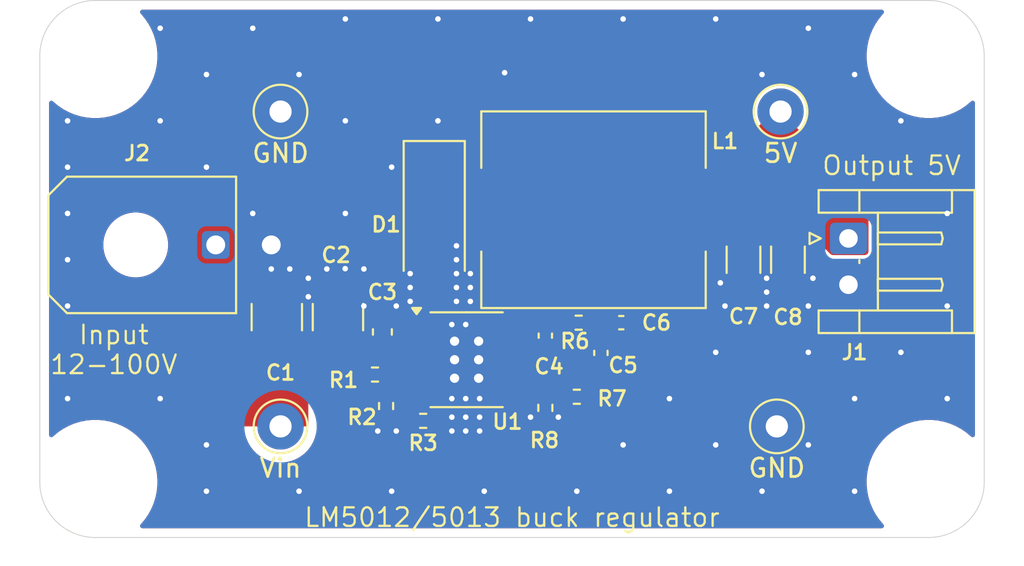
<source format=kicad_pcb>
(kicad_pcb (version 20241229) (generator "pcbnew") (generator_version "9.0")
  (layers (0 "F.Cu" signal) (2 "B.Cu" signal) (13 "F.Paste" user) (15 "B.Paste" user) (5 "F.SilkS" user "F.Silkscreen") (7 "B.SilkS" user "B.Silkscreen") (1 "F.Mask" user) (3 "B.Mask" user) (25 "Edge.Cuts" user))
  (net 0 "")
  (net 1 "GND")
  (net 2 "/V_{IN}")
  (net 3 "Net-(D1-K)")
  (net 4 "Net-(U1-BST)")
  (net 5 "Net-(U1-FB)")
  (net 6 "Net-(C5-Pad2)")
  (net 7 "/5V")
  (net 8 "Net-(U1-EN_UVLO)")
  (net 9 "Net-(U1-RON)")
  (footprint "Soldr:R_0402_1005Metric_Pad0.72x0.64mm_HandSolder" (layer "F.Cu") (at 124.7 97.9 -90)
    (property "Reference" "R2" (at 0.6 1.3 180) (layer "F.SilkS") (effects (font (size 0.8 0.8))))
    (property "Value" "27k")
    (fp_line (start -0.167621 0.38) (end 0.167621 0.38) (stroke (width 0.12)) (layer "F.SilkS"))
    (fp_line (start -0.167621 -0.38) (end 0.167621 -0.38) (stroke (width 0.12)) (layer "F.SilkS"))
    (pad "1" smd roundrect (at -0.5975 0 270) (size 0.715 0.64) (layers "F.Cu" "F.Mask" "F.Paste") (net 8 "Net-(U1-EN_UVLO)"))
    (pad "2" smd roundrect (at 0.5975 0 270) (size 0.715 0.64) (layers "F.Cu" "F.Mask" "F.Paste") (net 1 "GND"))
  )
  (footprint "Soldr:R_0402_1005Metric_Pad0.72x0.64mm_HandSolder" (layer "F.Cu") (at 133.3 98 -90)
    (property "Reference" "R8" (at 1.75 0.05 180) (layer "F.SilkS") (effects (font (size 0.8 0.8))))
    (property "Value" "51k")
    (fp_line (start -0.167621 0.38) (end 0.167621 0.38) (stroke (width 0.12)) (layer "F.SilkS"))
    (fp_line (start -0.167621 -0.38) (end 0.167621 -0.38) (stroke (width 0.12)) (layer "F.SilkS"))
    (pad "1" smd roundrect (at -0.5975 0 270) (size 0.715 0.64) (layers "F.Cu" "F.Mask" "F.Paste") (net 5 "Net-(U1-FB)"))
    (pad "2" smd roundrect (at 0.5975 0 270) (size 0.715 0.64) (layers "F.Cu" "F.Mask" "F.Paste") (net 1 "GND"))
  )
  (footprint "Soldr:R_0402_1005Metric_Pad0.72x0.64mm_HandSolder" (layer "F.Cu") (at 135 97.4 180)
    (property "Reference" "R7" (at -1.9 -0.1 0) (layer "F.SilkS") (effects (font (size 0.8 0.8))))
    (property "Value" "160k")
    (fp_line (start -0.167621 0.38) (end 0.167621 0.38) (stroke (width 0.12)) (layer "F.SilkS"))
    (fp_line (start -0.167621 -0.38) (end 0.167621 -0.38) (stroke (width 0.12)) (layer "F.SilkS"))
    (pad "1" smd roundrect (at -0.5975 0 180) (size 0.715 0.64) (layers "F.Cu" "F.Mask" "F.Paste") (net 7 "/5V"))
    (pad "2" smd roundrect (at 0.5975 0 180) (size 0.715 0.64) (layers "F.Cu" "F.Mask" "F.Paste") (net 5 "Net-(U1-FB)"))
  )
  (footprint "Soldr:Molex_Micro-Fit_3.0_43045-0200_2x01_P3.00mm_Horizontal" (layer "F.Cu") (at 115.5 89.2 90)
    (property "Reference" "J2" (at 4.95 -4.25 180) (layer "F.SilkS") (effects (font (size 0.8 0.8))))
    (property "Value" "MicroFit 2pin")
    (fp_line (start 2.685 -9.03) (end 3.685 -8.03) (stroke (width 0.12)) (layer "F.SilkS"))
    (fp_line (start -2.685 -9.03) (end 2.685 -9.03) (stroke (width 0.12)) (layer "F.SilkS"))
    (fp_line (start 3.685 -8.03) (end 3.685 1.1) (stroke (width 0.12)) (layer "F.SilkS"))
    (fp_line (start -3.685 -8.03) (end -2.685 -9.03) (stroke (width 0.12)) (layer "F.SilkS"))
    (fp_line (start 3.685 1.1) (end -3.685 1.1) (stroke (width 0.12)) (layer "F.SilkS"))
    (fp_line (start -3.685 1.1) (end -3.685 -8.03) (stroke (width 0.12)) (layer "F.SilkS"))
    (pad "" np_thru_hole circle (at 0 -4.32 90) (size 3 3) (drill 3) (layers "*.Cu" "*.Mask"))
    (pad "1" thru_hole roundrect (at 0 0 90) (size 1.5 1.5) (drill 1.02) (layers "*.Cu" "*.Mask") (roundrect_rratio 0.166667) (net 2 "/V_{IN}"))
    (pad "2" thru_hole circle (at 0 3 90) (size 1.5 1.5) (drill 1.02) (layers "*.Cu" "*.Mask") (net 1 "GND"))
  )
  (footprint "Soldr:MountingHole_2.7mm_M2.5" (layer "F.Cu") (at 109 102)
    (property "Reference" "H3" (hide yes))
    (property "Value" "MountingHole")
    (pad "" np_thru_hole circle (at 0 0) (size 2.7 2.7) (drill 2.7) (layers "*.Cu" "*.Mask") (clearance 2))
  )
  (footprint "Soldr:MountingHole_2.7mm_M2.5" (layer "F.Cu") (at 109 79)
    (property "Reference" "H1" (hide yes))
    (property "Value" "MountingHole")
    (pad "" np_thru_hole circle (at 0 0) (size 2.7 2.7) (drill 2.7) (layers "*.Cu" "*.Mask") (clearance 2))
  )
  (footprint "Soldr:R_0402_1005Metric_Pad0.72x0.64mm_HandSolder" (layer "F.Cu") (at 124.1 96.2)
    (property "Reference" "R1" (at -1.7 0.3 0) (layer "F.SilkS") (effects (font (size 0.8 0.8))))
    (property "Value" "160k")
    (fp_line (start -0.167621 -0.38) (end 0.167621 -0.38) (stroke (width 0.12)) (layer "F.SilkS"))
    (fp_line (start -0.167621 0.38) (end 0.167621 0.38) (stroke (width 0.12)) (layer "F.SilkS"))
    (pad "1" smd roundrect (at -0.5975 0) (size 0.715 0.64) (layers "F.Cu" "F.Mask" "F.Paste") (net 2 "/V_{IN}"))
    (pad "2" smd roundrect (at 0.5975 0) (size 0.715 0.64) (layers "F.Cu" "F.Mask" "F.Paste") (net 8 "Net-(U1-EN_UVLO)"))
  )
  (footprint "Soldr:SOIC-8-1EP_3.9x4.9mm_P1.27mm_EP2.29x3mm_ThermalVias" (layer "F.Cu") (at 129.0475 95.4)
    (property "Reference" "U1" (at 2.2025 3.35 0) (layer "F.SilkS") (effects (font (size 0.8 0.8))))
    (property "Value" "LM5012")
    (fp_line (start 0 -2.56) (end -1.95 -2.56) (stroke (width 0.12)) (layer "F.SilkS"))
    (fp_line (start 0 -2.56) (end 1.95 -2.56) (stroke (width 0.12)) (layer "F.SilkS"))
    (fp_line (start 0 2.56) (end -1.95 2.56) (stroke (width 0.12)) (layer "F.SilkS"))
    (fp_line (start 0 2.56) (end 1.95 2.56) (stroke (width 0.12)) (layer "F.SilkS"))
    (fp_poly (pts (xy -2.7 -2.465) (xy -2.94 -2.795) (xy -2.46 -2.795) (xy -2.7 -2.465)) (stroke (width 0.12)) (fill yes) (layer "F.SilkS"))
    (pad "1" smd roundrect (at -2.475 -1.905) (size 1.95 0.6) (layers "F.Cu" "F.Mask" "F.Paste") (net 1 "GND"))
    (pad "2" smd roundrect (at -2.475 -0.635) (size 1.95 0.6) (layers "F.Cu" "F.Mask" "F.Paste") (net 2 "/V_{IN}"))
    (pad "3" smd roundrect (at -2.475 0.635) (size 1.95 0.6) (layers "F.Cu" "F.Mask" "F.Paste") (net 8 "Net-(U1-EN_UVLO)"))
    (pad "4" smd roundrect (at -2.475 1.905) (size 1.95 0.6) (layers "F.Cu" "F.Mask" "F.Paste") (net 9 "Net-(U1-RON)"))
    (pad "5" smd roundrect (at 2.475 1.905) (size 1.95 0.6) (layers "F.Cu" "F.Mask" "F.Paste") (net 5 "Net-(U1-FB)"))
    (pad "6" smd roundrect (at 2.475 0.635) (size 1.95 0.6) (layers "F.Cu" "F.Mask" "F.Paste"))
    (pad "7" smd roundrect (at 2.475 -0.635) (size 1.95 0.6) (layers "F.Cu" "F.Mask" "F.Paste") (net 4 "Net-(U1-BST)"))
    (pad "8" smd roundrect (at 2.475 -1.905) (size 1.95 0.6) (layers "F.Cu" "F.Mask" "F.Paste") (net 3 "Net-(D1-K)"))
    (pad "9" thru_hole circle (at -0.65 -1) (size 0.6 0.6) (drill 0.5) (property pad_prop_heatsink) (layers "*.Cu") (net 1 "GND"))
    (pad "9" thru_hole circle (at -0.65 0) (size 0.6 0.6) (drill 0.5) (property pad_prop_heatsink) (layers "*.Cu") (net 1 "GND"))
    (pad "9" thru_hole circle (at -0.65 1) (size 0.6 0.6) (drill 0.5) (property pad_prop_heatsink) (layers "*.Cu") (net 1 "GND"))
    (pad "9" smd rect (at 0 0) (size 2.29 3) (property pad_prop_heatsink) (layers "F.Cu" "F.Mask") (net 1 "GND"))
    (pad "9" smd rect (at 0 0) (size 2.3 3) (property pad_prop_heatsink) (layers "B.Cu" "B.Mask") (net 1 "GND"))
    (pad "9" thru_hole circle (at 0.65 -1) (size 0.6 0.6) (drill 0.5) (property pad_prop_heatsink) (layers "*.Cu") (net 1 "GND"))
    (pad "9" thru_hole circle (at 0.65 0) (size 0.6 0.6) (drill 0.5) (property pad_prop_heatsink) (layers "*.Cu") (net 1 "GND"))
    (pad "9" thru_hole circle (at 0.65 1) (size 0.6 0.6) (drill 0.5) (property pad_prop_heatsink) (layers "*.Cu") (net 1 "GND"))
  )
  (footprint "Soldr:D_SMA_Handsoldering" (layer "F.Cu") (at 127.3 88.1 -90)
    (property "Reference" "D1" (at 0 2.6 180) (layer "F.SilkS") (effects (font (size 0.8 0.8))))
    (property "Value" "VSSAF510-M3/H")
    (fp_line (start -4.51 1.65) (end 2.5 1.65) (stroke (width 0.12)) (layer "F.SilkS"))
    (fp_line (start -4.51 -1.65) (end -4.51 1.65) (stroke (width 0.12)) (layer "F.SilkS"))
    (fp_line (start -4.51 -1.65) (end 2.5 -1.65) (stroke (width 0.12)) (layer "F.SilkS"))
    (pad "1" smd roundrect (at -2.5 0 270) (size 3.5 1.8) (layers "F.Cu" "F.Mask" "F.Paste") (roundrect_rratio 0.1388888889) (net 3 "Net-(D1-K)"))
    (pad "2" smd roundrect (at 2.5 0 270) (size 3.5 1.8) (layers "F.Cu" "F.Mask" "F.Paste") (roundrect_rratio 0.1388888889) (net 1 "GND"))
  )
  (footprint "Soldr:Soldr-logo-Fcu" (layer "F.Cu") (at 131.5 79.5)
    (property "Reference" "G***" (hide yes))
    (property "Value" "LOGO" (hide yes))
    (fp_poly (pts (xy -1.125519 -0.343244) (xy -1.125519 1.005782) (xy -0.614645 1.005782) (xy -0.103771 1.005782) (xy -0.103771 1.349025) (xy -0.103771 1.692269) (xy -0.949906 1.692269) (xy -1.79604 1.692269) (xy -1.79604 0) (xy -1.79604 -1.692269) (xy -1.460779 -1.692269) (xy -1.125519 -1.692269)) (fill yes) (layer "F.Cu"))
    (fp_poly (pts (xy 8.996166 -1.604463) (xy 8.996166 -1.516657) (xy 8.908359 -1.516657) (xy 8.820553 -1.516657) (xy 8.820553 -1.349026) (xy 8.820553 -1.181396) (xy 8.732747 -1.181396) (xy 8.64494 -1.181396) (xy 8.64494 -1.349026) (xy 8.64494 -1.516657) (xy 8.565116 -1.516657) (xy 8.485292 -1.516657) (xy 8.485292 -1.604463) (xy 8.485292 -1.692269) (xy 8.740729 -1.692269) (xy 8.996166 -1.692269)) (fill yes) (layer "F.Cu"))
    (fp_poly (pts (xy 1.967801 -1.352881) (xy 2.306914 -1.013493) (xy 2.306914 0.000275) (xy 2.306914 1.014043) (xy 1.967526 1.353156) (xy 1.628138 1.692269) (xy 0.953761 1.692269) (xy 0.279384 1.692269) (xy 0.279384 0) (xy 0.949906 0) (xy 0.949906 1.005782) (xy 1.285167 1.005782) (xy 1.620427 1.005782) (xy 1.620427 0) (xy 1.620427 -1.005783) (xy 1.285167 -1.005783) (xy 0.949906 -1.005783) (xy 0.949906 0) (xy 0.279384 0) (xy 0.279384 -1.692269) (xy 0.954036 -1.692269) (xy 1.628688 -1.692269)) (fill yes) (layer "F.Cu"))
    (fp_poly (pts (xy -2.519733 -1.345717) (xy -2.179196 -0.999165) (xy -2.179196 0.00074) (xy -2.179196 1.000645) (xy -2.519005 1.346457) (xy -2.858815 1.692269) (xy -4.885926 1.692269) (xy -6.913038 1.692269) (xy -7.252151 1.35288) (xy -7.591263 1.013492) (xy -7.591263 0) (xy -6.904777 0) (xy -6.904777 1.005782) (xy -4.885229 1.005782) (xy -2.865682 1.005782) (xy -2.865682 0) (xy -2.865682 -1.005783) (xy -4.885229 -1.005783) (xy -6.904777 -1.005783) (xy -6.904777 0) (xy -7.591263 0) (xy -7.591263 -0.000276) (xy -7.591263 -1.014044) (xy -7.251875 -1.353157) (xy -6.912487 -1.692269) (xy -4.886379 -1.692269) (xy -2.86027 -1.692269)) (fill yes) (layer "F.Cu"))
    (fp_poly (pts (xy 9.495066 -1.688596) (xy 9.834318 -1.684287) (xy 9.839144 -1.600472) (xy 9.843969 -1.516657) (xy 9.922959 -1.516657) (xy 10.001948 -1.516657) (xy 10.001948 -1.349026) (xy 10.001948 -1.181396) (xy 9.914142 -1.181396) (xy 9.826336 -1.181396) (xy 9.826336 -1.349026) (xy 9.826336 -1.516657) (xy 9.746512 -1.516657) (xy 9.666688 -1.516657) (xy 9.666688 -1.349026) (xy 9.666688 -1.181396) (xy 9.578881 -1.181396) (xy 9.491075 -1.181396) (xy 9.491075 -1.349026) (xy 9.491075 -1.516657) (xy 9.411251 -1.516657) (xy 9.331427 -1.516657) (xy 9.331427 -1.349026) (xy 9.331427 -1.181396) (xy 9.24362 -1.181396) (xy 9.155814 -1.181396) (xy 9.155814 -1.43715) (xy 9.155814 -1.692904)) (fill yes) (layer "F.Cu"))
    (fp_poly (pts (xy -8.313353 -1.353017) (xy -8.317662 -1.013765) (xy -8.816562 -1.009547) (xy -9.315462 -1.005328) (xy -9.315462 -0.678277) (xy -9.315462 -0.351226) (xy -8.984907 -0.351226) (xy -8.654353 -0.351226) (xy -8.314386 -0.007067) (xy -7.974419 0.337093) (xy -7.974419 0.675568) (xy -7.974419 1.014043) (xy -8.313807 1.353156) (xy -8.653195 1.692269) (xy -9.159941 1.692269) (xy -9.666688 1.692269) (xy -9.666688 1.349025) (xy -9.666688 1.005782) (xy -9.163796 1.005782) (xy -8.660905 1.005782) (xy -8.660905 0.670521) (xy -8.660905 0.33526) (xy -8.992314 0.33526) (xy -9.323723 0.33526) (xy -9.662836 -0.004128) (xy -10.001948 -0.343516) (xy -10.001948 -0.67878) (xy -10.001948 -1.014044) (xy -9.66256 -1.353157) (xy -9.323172 -1.692269) (xy -8.816108 -1.692269) (xy -8.309044 -1.692269)) (fill yes) (layer "F.Cu"))
    (fp_poly (pts (xy 7.755039 -1.344902) (xy 8.102137 -0.997534) (xy 8.102137 -0.67065) (xy 8.102137 -0.343765) (xy 7.93139 -0.172487) (xy 7.760642 -0.001208) (xy 7.93139 0.173886) (xy 8.102137 0.34898) (xy 8.102137 1.020624) (xy 8.102137 1.692269) (xy 7.758894 1.692269) (xy 7.41565 1.692269) (xy 7.41565 1.021747) (xy 7.41565 0.351225) (xy 5.396103 0.351225) (xy 3.376556 0.351225) (xy 3.376556 1.021747) (xy 3.376556 1.692269) (xy 3.033312 1.692269) (xy 2.690069 1.692269) (xy 2.690069 0) (xy 2.690069 -0.670522) (xy 3.376556 -0.670522) (xy 3.376556 -0.335261) (xy 5.396103 -0.335261) (xy 7.41565 -0.335261) (xy 7.41565 -0.670522) (xy 7.41565 -1.005783) (xy 5.396103 -1.005783) (xy 3.376556 -1.005783) (xy 3.376556 -0.670522) (xy 2.690069 -0.670522) (xy 2.690069 -1.692269) (xy 5.049005 -1.692269) (xy 7.40794 -1.692269)) (fill yes) (layer "F.Cu"))
  )
  (footprint "Soldr:Soldr-logo-Fmask" (layer "F.Cu") (at 131.5 79.5)
    (property "Reference" "G***" (hide yes))
    (property "Value" "LOGO" (hide yes))
  )
  (footprint "Soldr:C_0402_1005Metric_Pad0.74x0.62mm_HandSolder" (layer "F.Cu") (at 137.4 93.4)
    (property "Reference" "C6" (at 1.9 0 180) (layer "F.SilkS") (effects (font (size 0.8 0.8))))
    (property "Value" "2n2")
    (fp_line (start -0.115835 -0.36) (end 0.115835 -0.36) (stroke (width 0.12)) (layer "F.SilkS"))
    (fp_line (start -0.115835 0.36) (end 0.115835 0.36) (stroke (width 0.12)) (layer "F.SilkS"))
    (pad "1" smd roundrect (at -0.5675 0) (size 0.735 0.62) (layers "F.Cu" "F.Mask" "F.Paste") (net 6 "Net-(C5-Pad2)"))
    (pad "2" smd roundrect (at 0.5675 0) (size 0.735 0.62) (layers "F.Cu" "F.Mask" "F.Paste") (net 7 "/5V"))
  )
  (footprint "Soldr:R_0402_1005Metric_Pad0.72x0.64mm_HandSolder" (layer "F.Cu") (at 135.1 93.4)
    (property "Reference" "R6" (at -0.2 1 0) (layer "F.SilkS") (effects (font (size 0.8 0.8))))
    (property "Value" "160k")
    (fp_line (start -0.167621 -0.38) (end 0.167621 -0.38) (stroke (width 0.12)) (layer "F.SilkS"))
    (fp_line (start -0.167621 0.38) (end 0.167621 0.38) (stroke (width 0.12)) (layer "F.SilkS"))
    (pad "1" smd roundrect (at -0.5975 0) (size 0.715 0.64) (layers "F.Cu" "F.Mask" "F.Paste") (net 3 "Net-(D1-K)"))
    (pad "2" smd roundrect (at 0.5975 0) (size 0.715 0.64) (layers "F.Cu" "F.Mask" "F.Paste") (net 6 "Net-(C5-Pad2)"))
  )
  (footprint "Soldr:C_0402_1005Metric_Pad0.74x0.62mm_HandSolder" (layer "F.Cu") (at 136.3 95.0325 90)
    (property "Reference" "C5" (at -0.6675 1.2 180) (layer "F.SilkS") (effects (font (size 0.8 0.8))))
    (property "Value" "100p")
    (fp_line (start -0.115835 -0.36) (end 0.115835 -0.36) (stroke (width 0.12)) (layer "F.SilkS"))
    (fp_line (start -0.115835 0.36) (end 0.115835 0.36) (stroke (width 0.12)) (layer "F.SilkS"))
    (pad "1" smd roundrect (at -0.5675 0 90) (size 0.735 0.62) (layers "F.Cu" "F.Mask" "F.Paste") (net 5 "Net-(U1-FB)"))
    (pad "2" smd roundrect (at 0.5675 0 90) (size 0.735 0.62) (layers "F.Cu" "F.Mask" "F.Paste") (net 6 "Net-(C5-Pad2)"))
  )
  (footprint "Soldr:TestPoint_THTPad_D2.5mm_Drill1.2mm" (layer "F.Cu") (at 119 99)
    (property "Reference" "TP3" (hide yes))
    (property "Value" "Vin" (at 0 2.25 0) (layer "F.SilkS"))
    (fp_circle (center 0 0) (end 0 1.45) (stroke (width 0.12)) (fill no) (layer "F.SilkS"))
    (pad "1" thru_hole circle (at 0 0) (size 2.5 2.5) (drill 1.2) (layers "*.Cu" "*.Mask") (net 2 "/V_{IN}") (clearance 0.7))
  )
  (footprint "Soldr:JST_EH_S2B-EH_1x02_P2.50mm_Horizontal" (layer "F.Cu") (at 149.6675 88.85 -90)
    (property "Reference" "J1" (at 6.15 -0.3325 180) (layer "F.SilkS") (effects (font (size 0.8 0.8))))
    (property "Value" "JST 2pin")
    (fp_line (start -0.3 2.1) (end 0.3 2.1) (stroke (width 0.12)) (layer "F.SilkS"))
    (fp_line (start 0.3 2.1) (end 0 1.5) (stroke (width 0.12)) (layer "F.SilkS"))
    (fp_line (start -2.61 1.61) (end -2.61 -6.81) (stroke (width 0.12)) (layer "F.SilkS"))
    (fp_line (start -1.39 1.61) (end -2.61 1.61) (stroke (width 0.12)) (layer "F.SilkS"))
    (fp_line (start 3.89 1.61) (end 3.89 -0.59) (stroke (width 0.12)) (layer "F.SilkS"))
    (fp_line (start 5.11 1.61) (end 3.89 1.61) (stroke (width 0.12)) (layer "F.SilkS"))
    (fp_line (start 0 1.5) (end -0.3 2.1) (stroke (width 0.12)) (layer "F.SilkS"))
    (fp_line (start -1.39 -0.59) (end -1.39 1.61) (stroke (width 0.12)) (layer "F.SilkS"))
    (fp_line (start -1.39 -0.59) (end -2.61 -0.59) (stroke (width 0.12)) (layer "F.SilkS"))
    (fp_line (start 1.17 -0.59) (end 1.33 -0.59) (stroke (width 0.12)) (layer "F.SilkS"))
    (fp_line (start 3.89 -0.59) (end 5.11 -0.59) (stroke (width 0.12)) (layer "F.SilkS"))
    (fp_line (start -1.39 -1.59) (end 3.89 -1.59) (stroke (width 0.12)) (layer "F.SilkS"))
    (fp_line (start -0.32 -1.59) (end -0.32 -5.01) (stroke (width 0.12)) (layer "F.SilkS"))
    (fp_line (start 0 -1.59) (end -0.32 -1.59) (stroke (width 0.12)) (layer "F.SilkS"))
    (fp_line (start 0.32 -1.59) (end 0 -1.59) (stroke (width 0.12)) (layer "F.SilkS"))
    (fp_line (start 2.18 -1.59) (end 2.18 -5.01) (stroke (width 0.12)) (layer "F.SilkS"))
    (fp_line (start 2.5 -1.59) (end 2.18 -1.59) (stroke (width 0.12)) (layer "F.SilkS"))
    (fp_line (start 2.82 -1.59) (end 2.5 -1.59) (stroke (width 0.12)) (layer "F.SilkS"))
    (fp_line (start -0.32 -5.01) (end 0 -5.09) (stroke (width 0.12)) (layer "F.SilkS"))
    (fp_line (start 0.32 -5.01) (end 0.32 -1.59) (stroke (width 0.12)) (layer "F.SilkS"))
    (fp_line (start 2.18 -5.01) (end 2.5 -5.09) (stroke (width 0.12)) (layer "F.SilkS"))
    (fp_line (start 2.82 -5.01) (end 2.82 -1.59) (stroke (width 0.12)) (layer "F.SilkS"))
    (fp_line (start 0 -5.09) (end 0.32 -5.01) (stroke (width 0.12)) (layer "F.SilkS"))
    (fp_line (start 2.5 -5.09) (end 2.82 -5.01) (stroke (width 0.12)) (layer "F.SilkS"))
    (fp_line (start -2.61 -5.59) (end -1.39 -5.59) (stroke (width 0.12)) (layer "F.SilkS"))
    (fp_line (start -1.39 -5.59) (end -1.39 -0.59) (stroke (width 0.12)) (layer "F.SilkS"))
    (fp_line (start 3.89 -5.59) (end 3.89 -0.59) (stroke (width 0.12)) (layer "F.SilkS"))
    (fp_line (start 5.11 -5.59) (end 3.89 -5.59) (stroke (width 0.12)) (layer "F.SilkS"))
    (fp_line (start -2.61 -6.81) (end 5.11 -6.81) (stroke (width 0.12)) (layer "F.SilkS"))
    (fp_line (start 5.11 -6.81) (end 5.11 1.61) (stroke (width 0.12)) (layer "F.SilkS"))
    (pad "1" thru_hole roundrect (at 0 0 270) (size 1.7 2) (drill 1) (layers "*.Cu" "*.Mask") (roundrect_rratio 0.147059) (net 7 "/5V"))
    (pad "2" thru_hole oval (at 2.5 0 270) (size 1.7 2) (drill 1) (layers "*.Cu" "*.Mask") (net 1 "GND"))
  )
  (footprint "Soldr:C_1206_3216Metric_Pad1.33x1.80mm_HandSolder" (layer "F.Cu") (at 144 90 -90)
    (property "Reference" "C7" (at 3.0625 0 180) (layer "F.SilkS") (effects (font (size 0.8 0.8))))
    (property "Value" "22u/25V")
    (fp_line (start -0.711252 0.91) (end 0.711252 0.91) (stroke (width 0.12)) (layer "F.SilkS"))
    (fp_line (start -0.711252 -0.91) (end 0.711252 -0.91) (stroke (width 0.12)) (layer "F.SilkS"))
    (pad "1" smd roundrect (at -1.5625 0 270) (size 1.325 1.8) (layers "F.Cu" "F.Mask" "F.Paste") (roundrect_rratio 0.188679) (net 7 "/5V"))
    (pad "2" smd roundrect (at 1.5625 0 270) (size 1.325 1.8) (layers "F.Cu" "F.Mask" "F.Paste") (roundrect_rratio 0.188679) (net 1 "GND"))
  )
  (footprint "Soldr:TestPoint_THTPad_D2.5mm_Drill1.2mm" (layer "F.Cu") (at 145.8 99)
    (property "Reference" "TP2" (hide yes))
    (property "Value" "GND" (at 0 2.25 0) (layer "F.SilkS"))
    (fp_circle (center 0 0) (end 0 1.45) (stroke (width 0.12)) (fill no) (layer "F.SilkS"))
    (pad "1" thru_hole circle (at 0 0) (size 2.5 2.5) (drill 1.2) (layers "*.Cu" "*.Mask") (net 1 "GND"))
  )
  (footprint "Soldr:MountingHole_2.7mm_M2.5" (layer "F.Cu") (at 154 102)
    (property "Reference" "H4" (hide yes))
    (property "Value" "MountingHole")
    (pad "" np_thru_hole circle (at 0 0) (size 2.7 2.7) (drill 2.7) (layers "*.Cu" "*.Mask") (clearance 2))
  )
  (footprint "Soldr:L_Chilisin_BMRF00101040" (layer "F.Cu") (at 135.9 87.3)
    (property "Reference" "L1" (at 7.1 -3.7 0) (layer "F.SilkS") (effects (font (size 0.8 0.8))))
    (property "Value" "22u")
    (fp_line (start -6.06 -5.31) (end -6.06 -2.26) (stroke (width 0.12)) (layer "F.SilkS"))
    (fp_line (start -6.06 -5.31) (end 6.06 -5.31) (stroke (width 0.12)) (layer "F.SilkS"))
    (fp_line (start -6.06 5.31) (end -6.06 2.26) (stroke (width 0.12)) (layer "F.SilkS"))
    (fp_line (start -6.06 5.31) (end 6.06 5.31) (stroke (width 0.12)) (layer "F.SilkS"))
    (fp_line (start 6.06 -5.31) (end 6.06 -2.26) (stroke (width 0.12)) (layer "F.SilkS"))
    (fp_line (start 6.06 5.31) (end 6.06 2.26) (stroke (width 0.12)) (layer "F.SilkS"))
    (pad "1" smd roundrect (at -4.75 0) (size 3.5 4) (layers "F.Cu" "F.Mask" "F.Paste") (roundrect_rratio 0.071429) (net 3 "Net-(D1-K)"))
    (pad "2" smd roundrect (at 4.75 0) (size 3.5 4) (layers "F.Cu" "F.Mask" "F.Paste") (roundrect_rratio 0.071429) (net 7 "/5V"))
  )
  (footprint "Soldr:C_1206_3216Metric_Pad1.33x1.80mm_HandSolder" (layer "F.Cu") (at 146.4 90 -90)
    (property "Reference" "C8" (at 3.1 0 180) (layer "F.SilkS") (effects (font (size 0.8 0.8))))
    (property "Value" "22u/25V")
    (fp_line (start -0.711252 0.91) (end 0.711252 0.91) (stroke (width 0.12)) (layer "F.SilkS"))
    (fp_line (start -0.711252 -0.91) (end 0.711252 -0.91) (stroke (width 0.12)) (layer "F.SilkS"))
    (pad "1" smd roundrect (at -1.5625 0 270) (size 1.325 1.8) (layers "F.Cu" "F.Mask" "F.Paste") (roundrect_rratio 0.188679) (net 7 "/5V"))
    (pad "2" smd roundrect (at 1.5625 0 270) (size 1.325 1.8) (layers "F.Cu" "F.Mask" "F.Paste") (roundrect_rratio 0.188679) (net 1 "GND"))
  )
  (footprint "Soldr:C_1210_3225Metric_Pad1.33x2.70mm_HandSolder" (layer "F.Cu") (at 118.8 93.1 90)
    (property "Reference" "C1" (at -3 0.2 180) (layer "F.SilkS") (effects (font (size 0.8 0.8))))
    (property "Value" "2u2/100V")
    (fp_line (start -0.711252 -1.36) (end 0.711252 -1.36) (stroke (width 0.12)) (layer "F.SilkS"))
    (fp_line (start -0.711252 1.36) (end 0.711252 1.36) (stroke (width 0.12)) (layer "F.SilkS"))
    (pad "1" smd roundrect (at -1.5625 0 90) (size 1.325 2.7) (layers "F.Cu" "F.Mask" "F.Paste") (roundrect_rratio 0.188679) (net 2 "/V_{IN}"))
    (pad "2" smd roundrect (at 1.5625 0 90) (size 1.325 2.7) (layers "F.Cu" "F.Mask" "F.Paste") (roundrect_rratio 0.188679) (net 1 "GND"))
  )
  (footprint "Soldr:TestPoint_THTPad_D2.5mm_Drill1.2mm" (layer "F.Cu") (at 119 82)
    (property "Reference" "TP4" (hide yes))
    (property "Value" "GND" (at 0 2.25 0) (layer "F.SilkS"))
    (fp_circle (center 0 0) (end 0 1.45) (stroke (width 0.12)) (fill no) (layer "F.SilkS"))
    (pad "1" thru_hole circle (at 0 0) (size 2.5 2.5) (drill 1.2) (layers "*.Cu" "*.Mask") (net 1 "GND"))
  )
  (footprint "Soldr:C_0603_1608Metric_Pad1.08x0.95mm_HandSolder" (layer "F.Cu") (at 124.5 93.9 90)
    (property "Reference" "C3" (at 2.15 0 180) (layer "F.SilkS") (effects (font (size 0.8 0.8))))
    (property "Value" "100n/100V")
    (fp_line (start -0.146267 -0.51) (end 0.146267 -0.51) (stroke (width 0.12)) (layer "F.SilkS"))
    (fp_line (start -0.146267 0.51) (end 0.146267 0.51) (stroke (width 0.12)) (layer "F.SilkS"))
    (pad "1" smd roundrect (at -0.8625 0 90) (size 1.075 0.95) (layers "F.Cu" "F.Mask" "F.Paste") (net 2 "/V_{IN}"))
    (pad "2" smd roundrect (at 0.8625 0 90) (size 1.075 0.95) (layers "F.Cu" "F.Mask" "F.Paste") (net 1 "GND"))
  )
  (footprint "Soldr:MountingHole_2.7mm_M2.5" (layer "F.Cu") (at 154 79)
    (property "Reference" "H2" (hide yes))
    (property "Value" "MountingHole")
    (pad "" np_thru_hole circle (at 0 0) (size 2.7 2.7) (drill 2.7) (layers "*.Cu" "*.Mask") (clearance 2))
  )
  (footprint "Soldr:C_1210_3225Metric_Pad1.33x2.70mm_HandSolder" (layer "F.Cu") (at 122.1 93.1 90)
    (property "Reference" "C2" (at 3.35 -0.1 180) (layer "F.SilkS") (effects (font (size 0.8 0.8))))
    (property "Value" "2u2/100V")
    (fp_line (start -0.711252 -1.36) (end 0.711252 -1.36) (stroke (width 0.12)) (layer "F.SilkS"))
    (fp_line (start -0.711252 1.36) (end 0.711252 1.36) (stroke (width 0.12)) (layer "F.SilkS"))
    (pad "1" smd roundrect (at -1.5625 0 90) (size 1.325 2.7) (layers "F.Cu" "F.Mask" "F.Paste") (roundrect_rratio 0.188679) (net 2 "/V_{IN}"))
    (pad "2" smd roundrect (at 1.5625 0 90) (size 1.325 2.7) (layers "F.Cu" "F.Mask" "F.Paste") (roundrect_rratio 0.188679) (net 1 "GND"))
  )
  (footprint "Soldr:TestPoint_THTPad_D2.5mm_Drill1.2mm" (layer "F.Cu") (at 146 82)
    (property "Reference" "TP1" (hide yes))
    (property "Value" "5V" (at 0 2.25 0) (layer "F.SilkS"))
    (fp_circle (center 0 0) (end 0 1.45) (stroke (width 0.12)) (fill no) (layer "F.SilkS"))
    (pad "1" thru_hole circle (at 0 0) (size 2.5 2.5) (drill 1.2) (layers "*.Cu" "*.Mask") (net 7 "/5V"))
  )
  (footprint "Soldr:C_0402_1005Metric_Pad0.74x0.62mm_HandSolder" (layer "F.Cu") (at 133.3 94.1 90)
    (property "Reference" "C4" (at -1.6675 0.2 180) (layer "F.SilkS") (effects (font (size 0.8 0.8))))
    (property "Value" "2n2")
    (fp_line (start -0.115835 -0.36) (end 0.115835 -0.36) (stroke (width 0.12)) (layer "F.SilkS"))
    (fp_line (start -0.115835 0.36) (end 0.115835 0.36) (stroke (width 0.12)) (layer "F.SilkS"))
    (pad "1" smd roundrect (at -0.5675 0 90) (size 0.735 0.62) (layers "F.Cu" "F.Mask" "F.Paste") (net 4 "Net-(U1-BST)"))
    (pad "2" smd roundrect (at 0.5675 0 90) (size 0.735 0.62) (layers "F.Cu" "F.Mask" "F.Paste") (net 3 "Net-(D1-K)"))
  )
  (footprint "Soldr:R_0402_1005Metric_Pad0.72x0.64mm_HandSolder" (layer "F.Cu") (at 126.7025 98.7)
    (property "Reference" "R3" (at -0.0025 1.2 180) (layer "F.SilkS") (effects (font (size 0.8 0.8))))
    (property "Value" "27k")
    (fp_line (start -0.167621 -0.38) (end 0.167621 -0.38) (stroke (width 0.12)) (layer "F.SilkS"))
    (fp_line (start -0.167621 0.38) (end 0.167621 0.38) (stroke (width 0.12)) (layer "F.SilkS"))
    (pad "1" smd roundrect (at -0.5975 0) (size 0.715 0.64) (layers "F.Cu" "F.Mask" "F.Paste") (net 9 "Net-(U1-RON)"))
    (pad "2" smd roundrect (at 0.5975 0) (size 0.715 0.64) (layers "F.Cu" "F.Mask" "F.Paste") (net 1 "GND"))
  )
  (gr_line (start 157 79) (end 157 102) (stroke (width 0.05)) (layer "Edge.Cuts"))
  (gr_arc (start 154 76) (mid 156.12132 76.87868) (end 157 79) (stroke (width 0.05)) (layer "Edge.Cuts"))
  (gr_arc (start 109 105) (mid 106.87868 104.12132) (end 106 102) (stroke (width 0.05)) (layer "Edge.Cuts"))
  (gr_line (start 109 76) (end 154 76) (stroke (width 0.05)) (layer "Edge.Cuts"))
  (gr_line (start 154 105) (end 109 105) (stroke (width 0.05)) (layer "Edge.Cuts"))
  (gr_arc (start 157 102) (mid 156.12132 104.12132) (end 154 105) (stroke (width 0.05)) (layer "Edge.Cuts"))
  (gr_line (start 106 102) (end 106 79) (stroke (width 0.05)) (layer "Edge.Cuts"))
  (gr_arc (start 106 79) (mid 106.87868 76.87868) (end 109 76) (stroke (width 0.05)) (layer "Edge.Cuts"))
  (gr_text "Input\n12-100V" (at 110 96.25 0) (layer "F.SilkS") (effects (font (size 1 1) (thickness 0.125)) (justify bottom)))
  (gr_text "Output 5V" (at 152 85.5 0) (layer "F.SilkS") (effects (font (size 1 1) (thickness 0.125)) (justify bottom)))
  (gr_text "LM5012/5013 buck regulator" (at 131.5 104.5 0) (layer "F.SilkS") (effects (font (size 1 1) (thickness 0.125)) (justify bottom)))
  (via (at 145.25 92.5) (size 0.6) (drill 0.3) (layers "F.Cu" "B.Cu") (net 1))
  (via (at 107.5 82.5) (size 0.6) (drill 0.3) (layers "F.Cu" "B.Cu") (net 1))
  (via (at 150 97.5) (size 0.6) (drill 0.3) (layers "F.Cu" "B.Cu") (net 1))
  (via (at 129 93.5) (size 0.6) (drill 0.3) (layers "F.Cu" "B.Cu") (net 1))
  (via (at 125 102.5) (size 0.6) (drill 0.3) (layers "F.Cu" "B.Cu") (net 1))
  (via (at 128.5 92.25) (size 0.6) (drill 0.3) (layers "F.Cu" "B.Cu") (net 1))
  (via (at 117.5 87.5) (size 0.6) (drill 0.3) (layers "F.Cu" "B.Cu") (net 1))
  (via (at 122.491209 90.482532) (size 0.6) (drill 0.3) (layers "F.Cu" "B.Cu") (net 1))
  (via (at 150 102.5) (size 0.6) (drill 0.3) (layers "F.Cu" "B.Cu") (net 1))
  (via (at 155 87.5) (size 0.6) (drill 0.3) (layers "F.Cu" "B.Cu") (net 1))
  (via (at 123.5 90.5) (size 0.6) (drill 0.3) (layers "F.Cu" "B.Cu") (net 1))
  (via (at 126 91.5) (size 0.6) (drill 0.3) (layers "F.Cu" "B.Cu") (net 1))
  (via (at 147.5 95) (size 0.6) (drill 0.3) (layers "F.Cu" "B.Cu") (net 1))
  (via (at 129 98.5) (size 0.6) (drill 0.3) (layers "F.Cu" "B.Cu") (net 1))
  (via (at 107.5 90) (size 0.6) (drill 0.3) (layers "F.Cu" "B.Cu") (net 1))
  (via (at 128.25 93.5) (size 0.6) (drill 0.3) (layers "F.Cu" "B.Cu") (net 1))
  (via (at 115 85) (size 0.6) (drill 0.3) (layers "F.Cu" "B.Cu") (net 1))
  (via (at 107.5 92.5) (size 0.6) (drill 0.3) (layers "F.Cu" "B.Cu") (net 1))
  (via (at 132.5 77) (size 0.6) (drill 0.3) (layers "F.Cu" "B.Cu") (net 1))
  (via (at 131.1 79.9) (size 0.6) (drill 0.3) (layers "F.Cu" "B.Cu") (net 1))
  (via (at 152.5 95) (size 0.6) (drill 0.3) (layers "F.Cu" "B.Cu") (net 1))
  (via (at 128.25 99.25) (size 0.6) (drill 0.3) (layers "F.Cu" "B.Cu") (net 1))
  (via (at 140 102.5) (size 0.6) (drill 0.3) (layers "F.Cu" "B.Cu") (net 1))
  (via (at 127.5 77) (size 0.6) (drill 0.3) (layers "F.Cu" "B.Cu") (net 1))
  (via (at 134 98.5) (size 0.6) (drill 0.3) (layers "F.Cu" "B.Cu") (net 1))
  (via (at 117.5 77.5) (size 0.6) (drill 0.3) (layers "F.Cu" "B.Cu") (net 1))
  (via (at 129.75 99.25) (size 0.6) (drill 0.3) (layers "F.Cu" "B.Cu") (net 1))
  (via (at 142.5 100) (size 0.6) (drill 0.3) (layers "F.Cu" "B.Cu") (net 1))
  (via (at 142.5 77) (size 0.6) (drill 0.3) (layers "F.Cu" "B.Cu") (net 1))
  (via (at 118.5 90.5) (size 0.6) (drill 0.3) (layers "F.Cu" "B.Cu") (net 1))
  (via (at 147.5 92.5) (size 0.6) (drill 0.3) (layers "F.Cu" "B.Cu") (net 1))
  (via (at 129.25 90.75) (size 0.6) (drill 0.3) (layers "F.Cu" "B.Cu") (net 1))
  (via (at 115 100) (size 0.6) (drill 0.3) (layers "F.Cu" "B.Cu") (net 1))
  (via (at 122.5 77) (size 0.6) (drill 0.3) (layers "F.Cu" "B.Cu") (net 1))
  (via (at 107.5 97.5) (size 0.6) (drill 0.3) (layers "F.Cu" "B.Cu") (net 1))
  (via (at 129.75 97.5) (size 0.6) (drill 0.3) (layers "F.Cu" "B.Cu") (net 1))
  (via (at 112.5 77.5) (size 0.6) (drill 0.3) (layers "F.Cu" "B.Cu") (net 1))
  (via (at 137.5 77) (size 0.6) (drill 0.3) (layers "F.Cu" "B.Cu") (net 1))
  (via (at 120 102.5) (size 0.6) (drill 0.3) (layers "F.Cu" "B.Cu") (net 1))
  (via (at 125 85) (size 0.6) (drill 0.3) (layers "F.Cu" "B.Cu") (net 1))
  (via (at 128.5 89.25) (size 0.6) (drill 0.3) (layers "F.Cu" "B.Cu") (net 1))
  (via (at 155 97.5) (size 0.6) (drill 0.3) (layers "F.Cu" "B.Cu") (net 1))
  (via (at 128.5 91.5) (size 0.6) (drill 0.3) (layers "F.Cu" "B.Cu") (net 1))
  (via (at 129.25 91.5) (size 0.6) (drill 0.3) (layers "F.Cu" "B.Cu") (net 1))
  (via (at 125.25 99.25) (size 0.6) (drill 0.3) (layers "F.Cu" "B.Cu") (net 1))
  (via (at 128.5 90.75) (size 0.6) (drill 0.3) (layers "F.Cu" "B.Cu") (net 1))
  (via (at 112.5 97.5) (size 0.6) (drill 0.3) (layers "F.Cu" "B.Cu") (net 1))
  (via (at 123.5 92.5) (size 0.6) (drill 0.3) (layers "F.Cu" "B.Cu") (net 1))
  (via (at 120.5 92) (size 0.6) (drill 0.3) (layers "F.Cu" "B.Cu") (net 1))
  (via (at 124.25 99.25) (size 0.6) (drill 0.3) (layers "F.Cu" "B.Cu") (net 1))
  (via (at 150 80) (size 0.6) (drill 0.3) (layers "F.Cu" "B.Cu") (net 1))
  (via (at 147.75 91) (size 0.6) (drill 0.3) (layers "F.Cu" "B.Cu") (net 1))
  (via (at 121.5 90.5) (size 0.6) (drill 0.3) (layers "F.Cu" "B.Cu") (net 1))
  (via (at 152.5 82.5) (size 0.6) (drill 0.3) (layers "F.Cu" "B.Cu") (net 1))
  (via (at 130 102.5) (size 0.6) (drill 0.3) (layers "F.Cu" "B.Cu") (net 1))
  (via (at 128.25 98.5) (size 0.6) (drill 0.3) (layers "F.Cu" "B.Cu") (net 1))
  (via (at 142.75 91.25) (size 0.6) (drill 0.3) (layers "F.Cu" "B.Cu") (net 1))
  (via (at 147.5 77.5) (size 0.6) (drill 0.3) (layers "F.Cu" "B.Cu") (net 1))
  (via (at 155 92.5) (size 0.6) (drill 0.3) (layers "F.Cu" "B.Cu") (net 1))
  (via (at 126 92.25) (size 0.6) (drill 0.3) (layers "F.Cu" "B.Cu") (net 1))
  (via (at 129 97.5) (size 0.6) (drill 0.3) (layers "F.Cu" "B.Cu") (net 1))
  (via (at 107.5 87.5) (size 0.6) (drill 0.3) (layers "F.Cu" "B.Cu") (net 1))
  (via (at 122.5 87.5) (size 0.6) (drill 0.3) (layers "F.Cu" "B.Cu") (net 1))
  (via (at 119.5 90.5) (size 0.6) (drill 0.3) (layers "F.Cu" "B.Cu") (net 1))
  (via (at 147.5 100) (size 0.6) (drill 0.3) (layers "F.Cu" "B.Cu") (net 1))
  (via (at 132.5 98.5) (size 0.6) (drill 0.3) (layers "F.Cu" "B.Cu") (net 1))
  (via (at 145.25 91) (size 0.6) (drill 0.3) (layers "F.Cu" "B.Cu") (net 1))
  (via (at 128.25 97.5) (size 0.6) (drill 0.3) (layers "F.Cu" "B.Cu") (net 1))
  (via (at 126 90.75) (size 0.6) (drill 0.3) (layers "F.Cu" "B.Cu") (net 1))
  (via (at 112.5 82.5) (size 0.6) (drill 0.3) (layers "F.Cu" "B.Cu") (net 1))
  (via (at 129.25 92.25) (size 0.6) (drill 0.3) (layers "F.Cu" "B.Cu") (net 1))
  (via (at 115 102.5) (size 0.6) (drill 0.3) (layers "F.Cu" "B.Cu") (net 1))
  (via (at 137.5 100) (size 0.6) (drill 0.3) (layers "F.Cu" "B.Cu") (net 1))
  (via (at 120 80) (size 0.6) (drill 0.3) (layers "F.Cu" "B.Cu") (net 1))
  (via (at 135 102.5) (size 0.6) (drill 0.3) (layers "F.Cu" "B.Cu") (net 1))
  (via (at 145 102.5) (size 0.6) (drill 0.3) (layers "F.Cu" "B.Cu") (net 1))
  (via (at 115 80) (size 0.6) (drill 0.3) (layers "F.Cu" "B.Cu") (net 1))
  (via (at 143 92.5) (size 0.6) (drill 0.3) (layers "F.Cu" "B.Cu") (net 1))
  (via (at 122.5 82.5) (size 0.6) (drill 0.3) (layers "F.Cu" "B.Cu") (net 1))
  (via (at 129.75 98.5) (size 0.6) (drill 0.3) (layers "F.Cu" "B.Cu") (net 1))
  (via (at 145.25 91.75) (size 0.6) (drill 0.3) (layers "F.Cu" "B.Cu") (net 1))
  (via (at 140 97.5) (size 0.6) (drill 0.3) (layers "F.Cu" "B.Cu") (net 1))
  (via (at 127.5 82.5) (size 0.6) (drill 0.3) (layers "F.Cu" "B.Cu") (net 1))
  (via (at 145 80) (size 0.6) (drill 0.3) (layers "F.Cu" "B.Cu") (net 1))
  (via (at 125.25 92.5) (size 0.6) (drill 0.3) (layers "F.Cu" "B.Cu") (net 1))
  (via (at 142.5 95) (size 0.6) (drill 0.3) (layers "F.Cu" "B.Cu") (net 1))
  (via (at 120.5 91) (size 0.6) (drill 0.3) (layers "F.Cu" "B.Cu") (net 1))
  (via (at 107.5 85) (size 0.6) (drill 0.3) (layers "F.Cu" "B.Cu") (net 1))
  (via (at 128.5 90) (size 0.6) (drill 0.3) (layers "F.Cu" "B.Cu") (net 1))
  (via (at 129 99.25) (size 0.6) (drill 0.3) (layers "F.Cu" "B.Cu") (net 1))
  (segment (start 131.5225 94.765) (end 133.135 94.765) (width 0.2) (layer "F.Cu") (net 4))
  (segment (start 133.135 94.765) (end 133.3 94.6) (width 0.2) (layer "F.Cu") (net 4))
  (segment (start 136.3 95.6) (end 136.1 95.6) (width 0.2) (layer "F.Cu") (net 5))
  (segment (start 133.3 97.4025) (end 134.4 97.4025) (width 0.2) (layer "F.Cu") (net 5))
  (segment (start 131.5225 97.305) (end 133.2025 97.305) (width 0.2) (layer "F.Cu") (net 5))
  (segment (start 136.1 95.6) (end 134.4025 97.2975) (width 0.2) (layer "F.Cu") (net 5))
  (segment (start 134.4025 97.2975) (end 134.4025 97.4) (width 0.2) (layer "F.Cu") (net 5))
  (segment (start 133.2025 97.305) (end 133.3 97.4025) (width 0.2) (layer "F.Cu") (net 5))
  (segment (start 134.4 97.4025) (end 134.4025 97.4) (width 0.2) (layer "F.Cu") (net 5))
  (segment (start 135.6975 93.4) (end 136.3 93.4) (width 0.2) (layer "F.Cu") (net 6))
  (segment (start 136.3 94.465) (end 136.3 93.4) (width 0.2) (layer "F.Cu") (net 6))
  (segment (start 136.3 93.4) (end 136.8325 93.4) (width 0.2) (layer "F.Cu") (net 6))
  (segment (start 137 97.4) (end 137.9675 96.4325) (width 0.2) (layer "F.Cu") (net 7))
  (segment (start 146.4 88.4375) (end 146.4 89.6) (width 0.2) (layer "F.Cu") (net 7))
  (segment (start 137.9675 96.4325) (end 137.9675 93.4) (width 0.2) (layer "F.Cu") (net 7))
  (segment (start 146.4 89.6) (end 145.9 90.1) (width 0.2) (layer "F.Cu") (net 7))
  (segment (start 141.2675 90.1) (end 137.9675 93.4) (width 0.2) (layer "F.Cu") (net 7))
  (segment (start 135.5975 97.4) (end 137 97.4) (width 0.2) (layer "F.Cu") (net 7))
  (segment (start 145.9 90.1) (end 141.2675 90.1) (width 0.2) (layer "F.Cu") (net 7))
  (segment (start 124.6975 97.3) (end 124.7 97.3025) (width 0.2) (layer "F.Cu") (net 8))
  (segment (start 125.365 96.035) (end 126.5725 96.035) (width 0.2) (layer "F.Cu") (net 8))
  (segment (start 124.6975 96.2) (end 125.2 96.2) (width 0.2) (layer "F.Cu") (net 8))
  (segment (start 124.6975 96.2) (end 124.6975 97.3) (width 0.2) (layer "F.Cu") (net 8))
  (segment (start 125.2 96.2) (end 125.365 96.035) (width 0.2) (layer "F.Cu") (net 8))
  (segment (start 126.5725 97.305) (end 126.295 97.305) (width 0.2) (layer "F.Cu") (net 9))
  (segment (start 126.1 97.5) (end 126.105 97.505) (width 0.2) (layer "F.Cu") (net 9))
  (segment (start 126.295 97.305) (end 126.1 97.5) (width 0.2) (layer "F.Cu") (net 9))
  (segment (start 126.105 97.505) (end 126.105 98.7) (width 0.2) (layer "F.Cu") (net 9))
  (zone (net 0) (net_name "") (layer "F.Cu") (connect_pads yes (clearance 0)) (min_thickness 0.2)
    (keepout (tracks allowed) (vias allowed) (pads allowed) (copperpour not_allowed) (footprints allowed))
    (fill (thermal_gap 0.5) (thermal_bridge_width 0.5))
    (polygon (pts (xy 129.8 82) (xy 129.8 85.1) (xy 133.1 85.1) (xy 133.1 92.6) (xy 142 92.6) (xy 142 89.8) (xy 138.9 89.8) (xy 138.9 85.1) (xy 142 85.1) (xy 142 82)))
  )
  (zone (net 3) (net_name "Net-(D1-K)") (layer "F.Cu") (priority 2) (connect_pads yes (clearance 0.6)) (min_thickness 0.2) (fill yes (thermal_gap 0.5) (thermal_bridge_width 0.5) (smoothing fillet) (radius 0.2))
    (polygon (pts (xy 130.5 93.8325) (xy 130.5 87.4) (xy 126.4 87.4) (xy 126.4 83.9) (xy 128.1 83.9) (xy 129.5 85.3) (xy 129.5 85.4) (xy 132.9 85.4) (xy 132.9 93.1) (xy 134.2 93.1) (xy 134.2 93.8325)))
  )
  (zone (net 7) (net_name "/5V") (layer "F.Cu") (priority 3) (connect_pads yes (clearance 0.6)) (min_thickness 0.2) (fill yes (thermal_gap 0.5) (thermal_bridge_width 0.5) (smoothing fillet) (radius 0.2))
    (polygon (pts (xy 138.9 85.1) (xy 142.5 85.1) (xy 145.75 81.85) (xy 145.75 81.75) (xy 150.75 86.75) (xy 150.75 89.75) (xy 148.75 89.75) (xy 148.25 89.25) (xy 139 89.25) (xy 138.9 89.15)))
  )
  (zone (net 2) (net_name "/V_{IN}") (layer "F.Cu") (priority 1) (connect_pads yes (clearance 0.6)) (min_thickness 0.2) (fill yes (thermal_gap 0.5) (thermal_bridge_width 0.5))
    (polygon (pts (xy 114.25 88) (xy 116.75 88) (xy 116.75 93.5) (xy 123.5 93.5) (xy 123.5 94.25) (xy 127.75 94.25) (xy 127.75 95.25) (xy 123.75 95.25) (xy 123.75 96.5) (xy 120.5 96.5) (xy 120.5 99) (xy 114.25 99)))
  )
  (zone (net 1) (net_name "GND") (layers "F.Cu" "B.Cu") (name "GND") (connect_pads yes (clearance 0.25)) (min_thickness 0.25) (fill yes (thermal_gap 0.5) (thermal_bridge_width 0.5) (smoothing fillet) (radius 0.5))
    (polygon (pts (xy 106 76) (xy 157 76) (xy 157 105) (xy 106 105)))
  )
)
</source>
